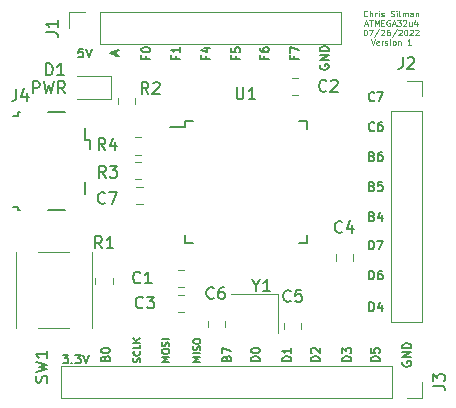
<source format=gbr>
%TF.GenerationSoftware,KiCad,Pcbnew,(6.0.6)*%
%TF.CreationDate,2022-07-26T20:01:32-05:00*%
%TF.ProjectId,Arduino_Clone,41726475-696e-46f5-9f43-6c6f6e652e6b,rev?*%
%TF.SameCoordinates,Original*%
%TF.FileFunction,Legend,Top*%
%TF.FilePolarity,Positive*%
%FSLAX46Y46*%
G04 Gerber Fmt 4.6, Leading zero omitted, Abs format (unit mm)*
G04 Created by KiCad (PCBNEW (6.0.6)) date 2022-07-26 20:01:32*
%MOMM*%
%LPD*%
G01*
G04 APERTURE LIST*
%ADD10C,0.125000*%
%ADD11C,0.150000*%
%ADD12C,0.120000*%
G04 APERTURE END LIST*
D10*
X150298095Y-26541071D02*
X150274285Y-26564880D01*
X150202857Y-26588690D01*
X150155238Y-26588690D01*
X150083809Y-26564880D01*
X150036190Y-26517261D01*
X150012380Y-26469642D01*
X149988571Y-26374404D01*
X149988571Y-26302976D01*
X150012380Y-26207738D01*
X150036190Y-26160119D01*
X150083809Y-26112500D01*
X150155238Y-26088690D01*
X150202857Y-26088690D01*
X150274285Y-26112500D01*
X150298095Y-26136309D01*
X150512380Y-26588690D02*
X150512380Y-26088690D01*
X150726666Y-26588690D02*
X150726666Y-26326785D01*
X150702857Y-26279166D01*
X150655238Y-26255357D01*
X150583809Y-26255357D01*
X150536190Y-26279166D01*
X150512380Y-26302976D01*
X150964761Y-26588690D02*
X150964761Y-26255357D01*
X150964761Y-26350595D02*
X150988571Y-26302976D01*
X151012380Y-26279166D01*
X151060000Y-26255357D01*
X151107619Y-26255357D01*
X151274285Y-26588690D02*
X151274285Y-26255357D01*
X151274285Y-26088690D02*
X151250476Y-26112500D01*
X151274285Y-26136309D01*
X151298095Y-26112500D01*
X151274285Y-26088690D01*
X151274285Y-26136309D01*
X151488571Y-26564880D02*
X151536190Y-26588690D01*
X151631428Y-26588690D01*
X151679047Y-26564880D01*
X151702857Y-26517261D01*
X151702857Y-26493452D01*
X151679047Y-26445833D01*
X151631428Y-26422023D01*
X151560000Y-26422023D01*
X151512380Y-26398214D01*
X151488571Y-26350595D01*
X151488571Y-26326785D01*
X151512380Y-26279166D01*
X151560000Y-26255357D01*
X151631428Y-26255357D01*
X151679047Y-26279166D01*
X152274285Y-26564880D02*
X152345714Y-26588690D01*
X152464761Y-26588690D01*
X152512380Y-26564880D01*
X152536190Y-26541071D01*
X152560000Y-26493452D01*
X152560000Y-26445833D01*
X152536190Y-26398214D01*
X152512380Y-26374404D01*
X152464761Y-26350595D01*
X152369523Y-26326785D01*
X152321904Y-26302976D01*
X152298095Y-26279166D01*
X152274285Y-26231547D01*
X152274285Y-26183928D01*
X152298095Y-26136309D01*
X152321904Y-26112500D01*
X152369523Y-26088690D01*
X152488571Y-26088690D01*
X152560000Y-26112500D01*
X152774285Y-26588690D02*
X152774285Y-26255357D01*
X152774285Y-26088690D02*
X152750476Y-26112500D01*
X152774285Y-26136309D01*
X152798095Y-26112500D01*
X152774285Y-26088690D01*
X152774285Y-26136309D01*
X153083809Y-26588690D02*
X153036190Y-26564880D01*
X153012380Y-26517261D01*
X153012380Y-26088690D01*
X153274285Y-26588690D02*
X153274285Y-26255357D01*
X153274285Y-26302976D02*
X153298095Y-26279166D01*
X153345714Y-26255357D01*
X153417142Y-26255357D01*
X153464761Y-26279166D01*
X153488571Y-26326785D01*
X153488571Y-26588690D01*
X153488571Y-26326785D02*
X153512380Y-26279166D01*
X153560000Y-26255357D01*
X153631428Y-26255357D01*
X153679047Y-26279166D01*
X153702857Y-26326785D01*
X153702857Y-26588690D01*
X154155238Y-26588690D02*
X154155238Y-26326785D01*
X154131428Y-26279166D01*
X154083809Y-26255357D01*
X153988571Y-26255357D01*
X153940952Y-26279166D01*
X154155238Y-26564880D02*
X154107619Y-26588690D01*
X153988571Y-26588690D01*
X153940952Y-26564880D01*
X153917142Y-26517261D01*
X153917142Y-26469642D01*
X153940952Y-26422023D01*
X153988571Y-26398214D01*
X154107619Y-26398214D01*
X154155238Y-26374404D01*
X154393333Y-26255357D02*
X154393333Y-26588690D01*
X154393333Y-26302976D02*
X154417142Y-26279166D01*
X154464761Y-26255357D01*
X154536190Y-26255357D01*
X154583809Y-26279166D01*
X154607619Y-26326785D01*
X154607619Y-26588690D01*
X150083809Y-27250833D02*
X150321904Y-27250833D01*
X150036190Y-27393690D02*
X150202857Y-26893690D01*
X150369523Y-27393690D01*
X150464761Y-26893690D02*
X150750476Y-26893690D01*
X150607619Y-27393690D02*
X150607619Y-26893690D01*
X150917142Y-27393690D02*
X150917142Y-26893690D01*
X151083809Y-27250833D01*
X151250476Y-26893690D01*
X151250476Y-27393690D01*
X151488571Y-27131785D02*
X151655238Y-27131785D01*
X151726666Y-27393690D02*
X151488571Y-27393690D01*
X151488571Y-26893690D01*
X151726666Y-26893690D01*
X152202857Y-26917500D02*
X152155238Y-26893690D01*
X152083809Y-26893690D01*
X152012380Y-26917500D01*
X151964761Y-26965119D01*
X151940952Y-27012738D01*
X151917142Y-27107976D01*
X151917142Y-27179404D01*
X151940952Y-27274642D01*
X151964761Y-27322261D01*
X152012380Y-27369880D01*
X152083809Y-27393690D01*
X152131428Y-27393690D01*
X152202857Y-27369880D01*
X152226666Y-27346071D01*
X152226666Y-27179404D01*
X152131428Y-27179404D01*
X152417142Y-27250833D02*
X152655238Y-27250833D01*
X152369523Y-27393690D02*
X152536190Y-26893690D01*
X152702857Y-27393690D01*
X152821904Y-26893690D02*
X153131428Y-26893690D01*
X152964761Y-27084166D01*
X153036190Y-27084166D01*
X153083809Y-27107976D01*
X153107619Y-27131785D01*
X153131428Y-27179404D01*
X153131428Y-27298452D01*
X153107619Y-27346071D01*
X153083809Y-27369880D01*
X153036190Y-27393690D01*
X152893333Y-27393690D01*
X152845714Y-27369880D01*
X152821904Y-27346071D01*
X153321904Y-26941309D02*
X153345714Y-26917500D01*
X153393333Y-26893690D01*
X153512380Y-26893690D01*
X153560000Y-26917500D01*
X153583809Y-26941309D01*
X153607619Y-26988928D01*
X153607619Y-27036547D01*
X153583809Y-27107976D01*
X153298095Y-27393690D01*
X153607619Y-27393690D01*
X154036190Y-27060357D02*
X154036190Y-27393690D01*
X153821904Y-27060357D02*
X153821904Y-27322261D01*
X153845714Y-27369880D01*
X153893333Y-27393690D01*
X153964761Y-27393690D01*
X154012380Y-27369880D01*
X154036190Y-27346071D01*
X154488571Y-27060357D02*
X154488571Y-27393690D01*
X154369523Y-26869880D02*
X154250476Y-27227023D01*
X154560000Y-27227023D01*
X150095714Y-27698690D02*
X150143333Y-27698690D01*
X150190952Y-27722500D01*
X150214761Y-27746309D01*
X150238571Y-27793928D01*
X150262380Y-27889166D01*
X150262380Y-28008214D01*
X150238571Y-28103452D01*
X150214761Y-28151071D01*
X150190952Y-28174880D01*
X150143333Y-28198690D01*
X150095714Y-28198690D01*
X150048095Y-28174880D01*
X150024285Y-28151071D01*
X150000476Y-28103452D01*
X149976666Y-28008214D01*
X149976666Y-27889166D01*
X150000476Y-27793928D01*
X150024285Y-27746309D01*
X150048095Y-27722500D01*
X150095714Y-27698690D01*
X150429047Y-27698690D02*
X150762380Y-27698690D01*
X150548095Y-28198690D01*
X151310000Y-27674880D02*
X150881428Y-28317738D01*
X151452857Y-27746309D02*
X151476666Y-27722500D01*
X151524285Y-27698690D01*
X151643333Y-27698690D01*
X151690952Y-27722500D01*
X151714761Y-27746309D01*
X151738571Y-27793928D01*
X151738571Y-27841547D01*
X151714761Y-27912976D01*
X151429047Y-28198690D01*
X151738571Y-28198690D01*
X152167142Y-27698690D02*
X152071904Y-27698690D01*
X152024285Y-27722500D01*
X152000476Y-27746309D01*
X151952857Y-27817738D01*
X151929047Y-27912976D01*
X151929047Y-28103452D01*
X151952857Y-28151071D01*
X151976666Y-28174880D01*
X152024285Y-28198690D01*
X152119523Y-28198690D01*
X152167142Y-28174880D01*
X152190952Y-28151071D01*
X152214761Y-28103452D01*
X152214761Y-27984404D01*
X152190952Y-27936785D01*
X152167142Y-27912976D01*
X152119523Y-27889166D01*
X152024285Y-27889166D01*
X151976666Y-27912976D01*
X151952857Y-27936785D01*
X151929047Y-27984404D01*
X152786190Y-27674880D02*
X152357619Y-28317738D01*
X152929047Y-27746309D02*
X152952857Y-27722500D01*
X153000476Y-27698690D01*
X153119523Y-27698690D01*
X153167142Y-27722500D01*
X153190952Y-27746309D01*
X153214761Y-27793928D01*
X153214761Y-27841547D01*
X153190952Y-27912976D01*
X152905238Y-28198690D01*
X153214761Y-28198690D01*
X153524285Y-27698690D02*
X153571904Y-27698690D01*
X153619523Y-27722500D01*
X153643333Y-27746309D01*
X153667142Y-27793928D01*
X153690952Y-27889166D01*
X153690952Y-28008214D01*
X153667142Y-28103452D01*
X153643333Y-28151071D01*
X153619523Y-28174880D01*
X153571904Y-28198690D01*
X153524285Y-28198690D01*
X153476666Y-28174880D01*
X153452857Y-28151071D01*
X153429047Y-28103452D01*
X153405238Y-28008214D01*
X153405238Y-27889166D01*
X153429047Y-27793928D01*
X153452857Y-27746309D01*
X153476666Y-27722500D01*
X153524285Y-27698690D01*
X153881428Y-27746309D02*
X153905238Y-27722500D01*
X153952857Y-27698690D01*
X154071904Y-27698690D01*
X154119523Y-27722500D01*
X154143333Y-27746309D01*
X154167142Y-27793928D01*
X154167142Y-27841547D01*
X154143333Y-27912976D01*
X153857619Y-28198690D01*
X154167142Y-28198690D01*
X154357619Y-27746309D02*
X154381428Y-27722500D01*
X154429047Y-27698690D01*
X154548095Y-27698690D01*
X154595714Y-27722500D01*
X154619523Y-27746309D01*
X154643333Y-27793928D01*
X154643333Y-27841547D01*
X154619523Y-27912976D01*
X154333809Y-28198690D01*
X154643333Y-28198690D01*
X150571904Y-28503690D02*
X150738571Y-29003690D01*
X150905238Y-28503690D01*
X151262380Y-28979880D02*
X151214761Y-29003690D01*
X151119523Y-29003690D01*
X151071904Y-28979880D01*
X151048095Y-28932261D01*
X151048095Y-28741785D01*
X151071904Y-28694166D01*
X151119523Y-28670357D01*
X151214761Y-28670357D01*
X151262380Y-28694166D01*
X151286190Y-28741785D01*
X151286190Y-28789404D01*
X151048095Y-28837023D01*
X151500476Y-29003690D02*
X151500476Y-28670357D01*
X151500476Y-28765595D02*
X151524285Y-28717976D01*
X151548095Y-28694166D01*
X151595714Y-28670357D01*
X151643333Y-28670357D01*
X151786190Y-28979880D02*
X151833809Y-29003690D01*
X151929047Y-29003690D01*
X151976666Y-28979880D01*
X152000476Y-28932261D01*
X152000476Y-28908452D01*
X151976666Y-28860833D01*
X151929047Y-28837023D01*
X151857619Y-28837023D01*
X151810000Y-28813214D01*
X151786190Y-28765595D01*
X151786190Y-28741785D01*
X151810000Y-28694166D01*
X151857619Y-28670357D01*
X151929047Y-28670357D01*
X151976666Y-28694166D01*
X152214761Y-29003690D02*
X152214761Y-28670357D01*
X152214761Y-28503690D02*
X152190952Y-28527500D01*
X152214761Y-28551309D01*
X152238571Y-28527500D01*
X152214761Y-28503690D01*
X152214761Y-28551309D01*
X152524285Y-29003690D02*
X152476666Y-28979880D01*
X152452857Y-28956071D01*
X152429047Y-28908452D01*
X152429047Y-28765595D01*
X152452857Y-28717976D01*
X152476666Y-28694166D01*
X152524285Y-28670357D01*
X152595714Y-28670357D01*
X152643333Y-28694166D01*
X152667142Y-28717976D01*
X152690952Y-28765595D01*
X152690952Y-28908452D01*
X152667142Y-28956071D01*
X152643333Y-28979880D01*
X152595714Y-29003690D01*
X152524285Y-29003690D01*
X152905238Y-28670357D02*
X152905238Y-29003690D01*
X152905238Y-28717976D02*
X152929047Y-28694166D01*
X152976666Y-28670357D01*
X153048095Y-28670357D01*
X153095714Y-28694166D01*
X153119523Y-28741785D01*
X153119523Y-29003690D01*
X154000476Y-29003690D02*
X153714761Y-29003690D01*
X153857619Y-29003690D02*
X153857619Y-28503690D01*
X153810000Y-28575119D01*
X153762380Y-28622738D01*
X153714761Y-28646547D01*
D11*
X141182285Y-55798571D02*
X140432285Y-55798571D01*
X140432285Y-55620000D01*
X140468000Y-55512857D01*
X140539428Y-55441428D01*
X140610857Y-55405714D01*
X140753714Y-55370000D01*
X140860857Y-55370000D01*
X141003714Y-55405714D01*
X141075142Y-55441428D01*
X141146571Y-55512857D01*
X141182285Y-55620000D01*
X141182285Y-55798571D01*
X140432285Y-54905714D02*
X140432285Y-54834285D01*
X140468000Y-54762857D01*
X140503714Y-54727142D01*
X140575142Y-54691428D01*
X140718000Y-54655714D01*
X140896571Y-54655714D01*
X141039428Y-54691428D01*
X141110857Y-54727142D01*
X141146571Y-54762857D01*
X141182285Y-54834285D01*
X141182285Y-54905714D01*
X141146571Y-54977142D01*
X141110857Y-55012857D01*
X141039428Y-55048571D01*
X140896571Y-55084285D01*
X140718000Y-55084285D01*
X140575142Y-55048571D01*
X140503714Y-55012857D01*
X140468000Y-54977142D01*
X140432285Y-54905714D01*
X138376428Y-55548571D02*
X138412142Y-55441428D01*
X138447857Y-55405714D01*
X138519285Y-55370000D01*
X138626428Y-55370000D01*
X138697857Y-55405714D01*
X138733571Y-55441428D01*
X138769285Y-55512857D01*
X138769285Y-55798571D01*
X138019285Y-55798571D01*
X138019285Y-55548571D01*
X138055000Y-55477142D01*
X138090714Y-55441428D01*
X138162142Y-55405714D01*
X138233571Y-55405714D01*
X138305000Y-55441428D01*
X138340714Y-55477142D01*
X138376428Y-55548571D01*
X138376428Y-55798571D01*
X138019285Y-55120000D02*
X138019285Y-54620000D01*
X138769285Y-54941428D01*
X150699428Y-40967428D02*
X150806571Y-41003142D01*
X150842285Y-41038857D01*
X150878000Y-41110285D01*
X150878000Y-41217428D01*
X150842285Y-41288857D01*
X150806571Y-41324571D01*
X150735142Y-41360285D01*
X150449428Y-41360285D01*
X150449428Y-40610285D01*
X150699428Y-40610285D01*
X150770857Y-40646000D01*
X150806571Y-40681714D01*
X150842285Y-40753142D01*
X150842285Y-40824571D01*
X150806571Y-40896000D01*
X150770857Y-40931714D01*
X150699428Y-40967428D01*
X150449428Y-40967428D01*
X151556571Y-40610285D02*
X151199428Y-40610285D01*
X151163714Y-40967428D01*
X151199428Y-40931714D01*
X151270857Y-40896000D01*
X151449428Y-40896000D01*
X151520857Y-40931714D01*
X151556571Y-40967428D01*
X151592285Y-41038857D01*
X151592285Y-41217428D01*
X151556571Y-41288857D01*
X151520857Y-41324571D01*
X151449428Y-41360285D01*
X151270857Y-41360285D01*
X151199428Y-41324571D01*
X151163714Y-41288857D01*
X148929285Y-55798571D02*
X148179285Y-55798571D01*
X148179285Y-55620000D01*
X148215000Y-55512857D01*
X148286428Y-55441428D01*
X148357857Y-55405714D01*
X148500714Y-55370000D01*
X148607857Y-55370000D01*
X148750714Y-55405714D01*
X148822142Y-55441428D01*
X148893571Y-55512857D01*
X148929285Y-55620000D01*
X148929285Y-55798571D01*
X148179285Y-55120000D02*
X148179285Y-54655714D01*
X148465000Y-54905714D01*
X148465000Y-54798571D01*
X148500714Y-54727142D01*
X148536428Y-54691428D01*
X148607857Y-54655714D01*
X148786428Y-54655714D01*
X148857857Y-54691428D01*
X148893571Y-54727142D01*
X148929285Y-54798571D01*
X148929285Y-55012857D01*
X148893571Y-55084285D01*
X148857857Y-55120000D01*
X124495857Y-55215285D02*
X124960142Y-55215285D01*
X124710142Y-55501000D01*
X124817285Y-55501000D01*
X124888714Y-55536714D01*
X124924428Y-55572428D01*
X124960142Y-55643857D01*
X124960142Y-55822428D01*
X124924428Y-55893857D01*
X124888714Y-55929571D01*
X124817285Y-55965285D01*
X124603000Y-55965285D01*
X124531571Y-55929571D01*
X124495857Y-55893857D01*
X125281571Y-55893857D02*
X125317285Y-55929571D01*
X125281571Y-55965285D01*
X125245857Y-55929571D01*
X125281571Y-55893857D01*
X125281571Y-55965285D01*
X125567285Y-55215285D02*
X126031571Y-55215285D01*
X125781571Y-55501000D01*
X125888714Y-55501000D01*
X125960142Y-55536714D01*
X125995857Y-55572428D01*
X126031571Y-55643857D01*
X126031571Y-55822428D01*
X125995857Y-55893857D01*
X125960142Y-55929571D01*
X125888714Y-55965285D01*
X125674428Y-55965285D01*
X125603000Y-55929571D01*
X125567285Y-55893857D01*
X126245857Y-55215285D02*
X126495857Y-55965285D01*
X126745857Y-55215285D01*
X151342285Y-55798571D02*
X150592285Y-55798571D01*
X150592285Y-55620000D01*
X150628000Y-55512857D01*
X150699428Y-55441428D01*
X150770857Y-55405714D01*
X150913714Y-55370000D01*
X151020857Y-55370000D01*
X151163714Y-55405714D01*
X151235142Y-55441428D01*
X151306571Y-55512857D01*
X151342285Y-55620000D01*
X151342285Y-55798571D01*
X150592285Y-54691428D02*
X150592285Y-55048571D01*
X150949428Y-55084285D01*
X150913714Y-55048571D01*
X150878000Y-54977142D01*
X150878000Y-54798571D01*
X150913714Y-54727142D01*
X150949428Y-54691428D01*
X151020857Y-54655714D01*
X151199428Y-54655714D01*
X151270857Y-54691428D01*
X151306571Y-54727142D01*
X151342285Y-54798571D01*
X151342285Y-54977142D01*
X151306571Y-55048571D01*
X151270857Y-55084285D01*
X150449428Y-48853285D02*
X150449428Y-48103285D01*
X150628000Y-48103285D01*
X150735142Y-48139000D01*
X150806571Y-48210428D01*
X150842285Y-48281857D01*
X150878000Y-48424714D01*
X150878000Y-48531857D01*
X150842285Y-48674714D01*
X150806571Y-48746142D01*
X150735142Y-48817571D01*
X150628000Y-48853285D01*
X150449428Y-48853285D01*
X151520857Y-48103285D02*
X151378000Y-48103285D01*
X151306571Y-48139000D01*
X151270857Y-48174714D01*
X151199428Y-48281857D01*
X151163714Y-48424714D01*
X151163714Y-48710428D01*
X151199428Y-48781857D01*
X151235142Y-48817571D01*
X151306571Y-48853285D01*
X151449428Y-48853285D01*
X151520857Y-48817571D01*
X151556571Y-48781857D01*
X151592285Y-48710428D01*
X151592285Y-48531857D01*
X151556571Y-48460428D01*
X151520857Y-48424714D01*
X151449428Y-48389000D01*
X151306571Y-48389000D01*
X151235142Y-48424714D01*
X151199428Y-48460428D01*
X151163714Y-48531857D01*
X139138428Y-29968000D02*
X139138428Y-30218000D01*
X139531285Y-30218000D02*
X138781285Y-30218000D01*
X138781285Y-29860857D01*
X138781285Y-29218000D02*
X138781285Y-29575142D01*
X139138428Y-29610857D01*
X139102714Y-29575142D01*
X139067000Y-29503714D01*
X139067000Y-29325142D01*
X139102714Y-29253714D01*
X139138428Y-29218000D01*
X139209857Y-29182285D01*
X139388428Y-29182285D01*
X139459857Y-29218000D01*
X139495571Y-29253714D01*
X139531285Y-29325142D01*
X139531285Y-29503714D01*
X139495571Y-29575142D01*
X139459857Y-29610857D01*
X134058428Y-29968000D02*
X134058428Y-30218000D01*
X134451285Y-30218000D02*
X133701285Y-30218000D01*
X133701285Y-29860857D01*
X134451285Y-29182285D02*
X134451285Y-29610857D01*
X134451285Y-29396571D02*
X133701285Y-29396571D01*
X133808428Y-29468000D01*
X133879857Y-29539428D01*
X133915571Y-29610857D01*
X150878000Y-36208857D02*
X150842285Y-36244571D01*
X150735142Y-36280285D01*
X150663714Y-36280285D01*
X150556571Y-36244571D01*
X150485142Y-36173142D01*
X150449428Y-36101714D01*
X150413714Y-35958857D01*
X150413714Y-35851714D01*
X150449428Y-35708857D01*
X150485142Y-35637428D01*
X150556571Y-35566000D01*
X150663714Y-35530285D01*
X150735142Y-35530285D01*
X150842285Y-35566000D01*
X150878000Y-35601714D01*
X151520857Y-35530285D02*
X151378000Y-35530285D01*
X151306571Y-35566000D01*
X151270857Y-35601714D01*
X151199428Y-35708857D01*
X151163714Y-35851714D01*
X151163714Y-36137428D01*
X151199428Y-36208857D01*
X151235142Y-36244571D01*
X151306571Y-36280285D01*
X151449428Y-36280285D01*
X151520857Y-36244571D01*
X151556571Y-36208857D01*
X151592285Y-36137428D01*
X151592285Y-35958857D01*
X151556571Y-35887428D01*
X151520857Y-35851714D01*
X151449428Y-35816000D01*
X151306571Y-35816000D01*
X151235142Y-35851714D01*
X151199428Y-35887428D01*
X151163714Y-35958857D01*
X146262285Y-55798571D02*
X145512285Y-55798571D01*
X145512285Y-55620000D01*
X145548000Y-55512857D01*
X145619428Y-55441428D01*
X145690857Y-55405714D01*
X145833714Y-55370000D01*
X145940857Y-55370000D01*
X146083714Y-55405714D01*
X146155142Y-55441428D01*
X146226571Y-55512857D01*
X146262285Y-55620000D01*
X146262285Y-55798571D01*
X145583714Y-55084285D02*
X145548000Y-55048571D01*
X145512285Y-54977142D01*
X145512285Y-54798571D01*
X145548000Y-54727142D01*
X145583714Y-54691428D01*
X145655142Y-54655714D01*
X145726571Y-54655714D01*
X145833714Y-54691428D01*
X146262285Y-55120000D01*
X146262285Y-54655714D01*
X141551428Y-29968000D02*
X141551428Y-30218000D01*
X141944285Y-30218000D02*
X141194285Y-30218000D01*
X141194285Y-29860857D01*
X141194285Y-29253714D02*
X141194285Y-29396571D01*
X141230000Y-29468000D01*
X141265714Y-29503714D01*
X141372857Y-29575142D01*
X141515714Y-29610857D01*
X141801428Y-29610857D01*
X141872857Y-29575142D01*
X141908571Y-29539428D01*
X141944285Y-29468000D01*
X141944285Y-29325142D01*
X141908571Y-29253714D01*
X141872857Y-29218000D01*
X141801428Y-29182285D01*
X141622857Y-29182285D01*
X141551428Y-29218000D01*
X141515714Y-29253714D01*
X141480000Y-29325142D01*
X141480000Y-29468000D01*
X141515714Y-29539428D01*
X141551428Y-29575142D01*
X141622857Y-29610857D01*
X153295000Y-55816428D02*
X153259285Y-55887857D01*
X153259285Y-55995000D01*
X153295000Y-56102142D01*
X153366428Y-56173571D01*
X153437857Y-56209285D01*
X153580714Y-56245000D01*
X153687857Y-56245000D01*
X153830714Y-56209285D01*
X153902142Y-56173571D01*
X153973571Y-56102142D01*
X154009285Y-55995000D01*
X154009285Y-55923571D01*
X153973571Y-55816428D01*
X153937857Y-55780714D01*
X153687857Y-55780714D01*
X153687857Y-55923571D01*
X154009285Y-55459285D02*
X153259285Y-55459285D01*
X154009285Y-55030714D01*
X153259285Y-55030714D01*
X154009285Y-54673571D02*
X153259285Y-54673571D01*
X153259285Y-54495000D01*
X153295000Y-54387857D01*
X153366428Y-54316428D01*
X153437857Y-54280714D01*
X153580714Y-54245000D01*
X153687857Y-54245000D01*
X153830714Y-54280714D01*
X153902142Y-54316428D01*
X153973571Y-54387857D01*
X154009285Y-54495000D01*
X154009285Y-54673571D01*
X126222142Y-29307285D02*
X125865000Y-29307285D01*
X125829285Y-29664428D01*
X125865000Y-29628714D01*
X125936428Y-29593000D01*
X126115000Y-29593000D01*
X126186428Y-29628714D01*
X126222142Y-29664428D01*
X126257857Y-29735857D01*
X126257857Y-29914428D01*
X126222142Y-29985857D01*
X126186428Y-30021571D01*
X126115000Y-30057285D01*
X125936428Y-30057285D01*
X125865000Y-30021571D01*
X125829285Y-29985857D01*
X126472142Y-29307285D02*
X126722142Y-30057285D01*
X126972142Y-29307285D01*
X143849285Y-55798571D02*
X143099285Y-55798571D01*
X143099285Y-55620000D01*
X143135000Y-55512857D01*
X143206428Y-55441428D01*
X143277857Y-55405714D01*
X143420714Y-55370000D01*
X143527857Y-55370000D01*
X143670714Y-55405714D01*
X143742142Y-55441428D01*
X143813571Y-55512857D01*
X143849285Y-55620000D01*
X143849285Y-55798571D01*
X143849285Y-54655714D02*
X143849285Y-55084285D01*
X143849285Y-54870000D02*
X143099285Y-54870000D01*
X143206428Y-54941428D01*
X143277857Y-55012857D01*
X143313571Y-55084285D01*
X150449428Y-46313285D02*
X150449428Y-45563285D01*
X150628000Y-45563285D01*
X150735142Y-45599000D01*
X150806571Y-45670428D01*
X150842285Y-45741857D01*
X150878000Y-45884714D01*
X150878000Y-45991857D01*
X150842285Y-46134714D01*
X150806571Y-46206142D01*
X150735142Y-46277571D01*
X150628000Y-46313285D01*
X150449428Y-46313285D01*
X151128000Y-45563285D02*
X151628000Y-45563285D01*
X151306571Y-46313285D01*
X121983666Y-33091380D02*
X121983666Y-32091380D01*
X122364619Y-32091380D01*
X122459857Y-32139000D01*
X122507476Y-32186619D01*
X122555095Y-32281857D01*
X122555095Y-32424714D01*
X122507476Y-32519952D01*
X122459857Y-32567571D01*
X122364619Y-32615190D01*
X121983666Y-32615190D01*
X122888428Y-32091380D02*
X123126523Y-33091380D01*
X123317000Y-32377095D01*
X123507476Y-33091380D01*
X123745571Y-32091380D01*
X124697952Y-33091380D02*
X124364619Y-32615190D01*
X124126523Y-33091380D02*
X124126523Y-32091380D01*
X124507476Y-32091380D01*
X124602714Y-32139000D01*
X124650333Y-32186619D01*
X124697952Y-32281857D01*
X124697952Y-32424714D01*
X124650333Y-32519952D01*
X124602714Y-32567571D01*
X124507476Y-32615190D01*
X124126523Y-32615190D01*
X129030000Y-29896571D02*
X129030000Y-29539428D01*
X129244285Y-29968000D02*
X128494285Y-29718000D01*
X129244285Y-29468000D01*
X150449428Y-51520285D02*
X150449428Y-50770285D01*
X150628000Y-50770285D01*
X150735142Y-50806000D01*
X150806571Y-50877428D01*
X150842285Y-50948857D01*
X150878000Y-51091714D01*
X150878000Y-51198857D01*
X150842285Y-51341714D01*
X150806571Y-51413142D01*
X150735142Y-51484571D01*
X150628000Y-51520285D01*
X150449428Y-51520285D01*
X151520857Y-51020285D02*
X151520857Y-51520285D01*
X151342285Y-50734571D02*
X151163714Y-51270285D01*
X151628000Y-51270285D01*
X131518428Y-29968000D02*
X131518428Y-30218000D01*
X131911285Y-30218000D02*
X131161285Y-30218000D01*
X131161285Y-29860857D01*
X131161285Y-29432285D02*
X131161285Y-29360857D01*
X131197000Y-29289428D01*
X131232714Y-29253714D01*
X131304142Y-29218000D01*
X131447000Y-29182285D01*
X131625571Y-29182285D01*
X131768428Y-29218000D01*
X131839857Y-29253714D01*
X131875571Y-29289428D01*
X131911285Y-29360857D01*
X131911285Y-29432285D01*
X131875571Y-29503714D01*
X131839857Y-29539428D01*
X131768428Y-29575142D01*
X131625571Y-29610857D01*
X131447000Y-29610857D01*
X131304142Y-29575142D01*
X131232714Y-29539428D01*
X131197000Y-29503714D01*
X131161285Y-29432285D01*
X144091428Y-29968000D02*
X144091428Y-30218000D01*
X144484285Y-30218000D02*
X143734285Y-30218000D01*
X143734285Y-29860857D01*
X143734285Y-29646571D02*
X143734285Y-29146571D01*
X144484285Y-29468000D01*
X150878000Y-33668857D02*
X150842285Y-33704571D01*
X150735142Y-33740285D01*
X150663714Y-33740285D01*
X150556571Y-33704571D01*
X150485142Y-33633142D01*
X150449428Y-33561714D01*
X150413714Y-33418857D01*
X150413714Y-33311714D01*
X150449428Y-33168857D01*
X150485142Y-33097428D01*
X150556571Y-33026000D01*
X150663714Y-32990285D01*
X150735142Y-32990285D01*
X150842285Y-33026000D01*
X150878000Y-33061714D01*
X151128000Y-32990285D02*
X151628000Y-32990285D01*
X151306571Y-33740285D01*
X128089428Y-55548571D02*
X128125142Y-55441428D01*
X128160857Y-55405714D01*
X128232285Y-55370000D01*
X128339428Y-55370000D01*
X128410857Y-55405714D01*
X128446571Y-55441428D01*
X128482285Y-55512857D01*
X128482285Y-55798571D01*
X127732285Y-55798571D01*
X127732285Y-55548571D01*
X127768000Y-55477142D01*
X127803714Y-55441428D01*
X127875142Y-55405714D01*
X127946571Y-55405714D01*
X128018000Y-55441428D01*
X128053714Y-55477142D01*
X128089428Y-55548571D01*
X128089428Y-55798571D01*
X127732285Y-54905714D02*
X127732285Y-54834285D01*
X127768000Y-54762857D01*
X127803714Y-54727142D01*
X127875142Y-54691428D01*
X128018000Y-54655714D01*
X128196571Y-54655714D01*
X128339428Y-54691428D01*
X128410857Y-54727142D01*
X128446571Y-54762857D01*
X128482285Y-54834285D01*
X128482285Y-54905714D01*
X128446571Y-54977142D01*
X128410857Y-55012857D01*
X128339428Y-55048571D01*
X128196571Y-55084285D01*
X128018000Y-55084285D01*
X127875142Y-55048571D01*
X127803714Y-55012857D01*
X127768000Y-54977142D01*
X127732285Y-54905714D01*
X146310000Y-30670428D02*
X146274285Y-30741857D01*
X146274285Y-30849000D01*
X146310000Y-30956142D01*
X146381428Y-31027571D01*
X146452857Y-31063285D01*
X146595714Y-31099000D01*
X146702857Y-31099000D01*
X146845714Y-31063285D01*
X146917142Y-31027571D01*
X146988571Y-30956142D01*
X147024285Y-30849000D01*
X147024285Y-30777571D01*
X146988571Y-30670428D01*
X146952857Y-30634714D01*
X146702857Y-30634714D01*
X146702857Y-30777571D01*
X147024285Y-30313285D02*
X146274285Y-30313285D01*
X147024285Y-29884714D01*
X146274285Y-29884714D01*
X147024285Y-29527571D02*
X146274285Y-29527571D01*
X146274285Y-29349000D01*
X146310000Y-29241857D01*
X146381428Y-29170428D01*
X146452857Y-29134714D01*
X146595714Y-29099000D01*
X146702857Y-29099000D01*
X146845714Y-29134714D01*
X146917142Y-29170428D01*
X146988571Y-29241857D01*
X147024285Y-29349000D01*
X147024285Y-29527571D01*
X136161428Y-55806857D02*
X135561428Y-55806857D01*
X135990000Y-55606857D01*
X135561428Y-55406857D01*
X136161428Y-55406857D01*
X136161428Y-55121142D02*
X135561428Y-55121142D01*
X136132857Y-54864000D02*
X136161428Y-54778285D01*
X136161428Y-54635428D01*
X136132857Y-54578285D01*
X136104285Y-54549714D01*
X136047142Y-54521142D01*
X135990000Y-54521142D01*
X135932857Y-54549714D01*
X135904285Y-54578285D01*
X135875714Y-54635428D01*
X135847142Y-54749714D01*
X135818571Y-54806857D01*
X135790000Y-54835428D01*
X135732857Y-54864000D01*
X135675714Y-54864000D01*
X135618571Y-54835428D01*
X135590000Y-54806857D01*
X135561428Y-54749714D01*
X135561428Y-54606857D01*
X135590000Y-54521142D01*
X135561428Y-54149714D02*
X135561428Y-54035428D01*
X135590000Y-53978285D01*
X135647142Y-53921142D01*
X135761428Y-53892571D01*
X135961428Y-53892571D01*
X136075714Y-53921142D01*
X136132857Y-53978285D01*
X136161428Y-54035428D01*
X136161428Y-54149714D01*
X136132857Y-54206857D01*
X136075714Y-54264000D01*
X135961428Y-54292571D01*
X135761428Y-54292571D01*
X135647142Y-54264000D01*
X135590000Y-54206857D01*
X135561428Y-54149714D01*
X136598428Y-29968000D02*
X136598428Y-30218000D01*
X136991285Y-30218000D02*
X136241285Y-30218000D01*
X136241285Y-29860857D01*
X136491285Y-29253714D02*
X136991285Y-29253714D01*
X136205571Y-29432285D02*
X136741285Y-29610857D01*
X136741285Y-29146571D01*
X150699428Y-43507428D02*
X150806571Y-43543142D01*
X150842285Y-43578857D01*
X150878000Y-43650285D01*
X150878000Y-43757428D01*
X150842285Y-43828857D01*
X150806571Y-43864571D01*
X150735142Y-43900285D01*
X150449428Y-43900285D01*
X150449428Y-43150285D01*
X150699428Y-43150285D01*
X150770857Y-43186000D01*
X150806571Y-43221714D01*
X150842285Y-43293142D01*
X150842285Y-43364571D01*
X150806571Y-43436000D01*
X150770857Y-43471714D01*
X150699428Y-43507428D01*
X150449428Y-43507428D01*
X151520857Y-43400285D02*
X151520857Y-43900285D01*
X151342285Y-43114571D02*
X151163714Y-43650285D01*
X151628000Y-43650285D01*
X133494428Y-55806857D02*
X132894428Y-55806857D01*
X133323000Y-55606857D01*
X132894428Y-55406857D01*
X133494428Y-55406857D01*
X132894428Y-55006857D02*
X132894428Y-54892571D01*
X132923000Y-54835428D01*
X132980142Y-54778285D01*
X133094428Y-54749714D01*
X133294428Y-54749714D01*
X133408714Y-54778285D01*
X133465857Y-54835428D01*
X133494428Y-54892571D01*
X133494428Y-55006857D01*
X133465857Y-55064000D01*
X133408714Y-55121142D01*
X133294428Y-55149714D01*
X133094428Y-55149714D01*
X132980142Y-55121142D01*
X132923000Y-55064000D01*
X132894428Y-55006857D01*
X133465857Y-54521142D02*
X133494428Y-54435428D01*
X133494428Y-54292571D01*
X133465857Y-54235428D01*
X133437285Y-54206857D01*
X133380142Y-54178285D01*
X133323000Y-54178285D01*
X133265857Y-54206857D01*
X133237285Y-54235428D01*
X133208714Y-54292571D01*
X133180142Y-54406857D01*
X133151571Y-54464000D01*
X133123000Y-54492571D01*
X133065857Y-54521142D01*
X133008714Y-54521142D01*
X132951571Y-54492571D01*
X132923000Y-54464000D01*
X132894428Y-54406857D01*
X132894428Y-54264000D01*
X132923000Y-54178285D01*
X133494428Y-53921142D02*
X132894428Y-53921142D01*
X131052857Y-55878285D02*
X131081428Y-55792571D01*
X131081428Y-55649714D01*
X131052857Y-55592571D01*
X131024285Y-55564000D01*
X130967142Y-55535428D01*
X130910000Y-55535428D01*
X130852857Y-55564000D01*
X130824285Y-55592571D01*
X130795714Y-55649714D01*
X130767142Y-55764000D01*
X130738571Y-55821142D01*
X130710000Y-55849714D01*
X130652857Y-55878285D01*
X130595714Y-55878285D01*
X130538571Y-55849714D01*
X130510000Y-55821142D01*
X130481428Y-55764000D01*
X130481428Y-55621142D01*
X130510000Y-55535428D01*
X131024285Y-54935428D02*
X131052857Y-54964000D01*
X131081428Y-55049714D01*
X131081428Y-55106857D01*
X131052857Y-55192571D01*
X130995714Y-55249714D01*
X130938571Y-55278285D01*
X130824285Y-55306857D01*
X130738571Y-55306857D01*
X130624285Y-55278285D01*
X130567142Y-55249714D01*
X130510000Y-55192571D01*
X130481428Y-55106857D01*
X130481428Y-55049714D01*
X130510000Y-54964000D01*
X130538571Y-54935428D01*
X131081428Y-54392571D02*
X131081428Y-54678285D01*
X130481428Y-54678285D01*
X131081428Y-54192571D02*
X130481428Y-54192571D01*
X131081428Y-53849714D02*
X130738571Y-54106857D01*
X130481428Y-53849714D02*
X130824285Y-54192571D01*
X150699428Y-38427428D02*
X150806571Y-38463142D01*
X150842285Y-38498857D01*
X150878000Y-38570285D01*
X150878000Y-38677428D01*
X150842285Y-38748857D01*
X150806571Y-38784571D01*
X150735142Y-38820285D01*
X150449428Y-38820285D01*
X150449428Y-38070285D01*
X150699428Y-38070285D01*
X150770857Y-38106000D01*
X150806571Y-38141714D01*
X150842285Y-38213142D01*
X150842285Y-38284571D01*
X150806571Y-38356000D01*
X150770857Y-38391714D01*
X150699428Y-38427428D01*
X150449428Y-38427428D01*
X151520857Y-38070285D02*
X151378000Y-38070285D01*
X151306571Y-38106000D01*
X151270857Y-38141714D01*
X151199428Y-38248857D01*
X151163714Y-38391714D01*
X151163714Y-38677428D01*
X151199428Y-38748857D01*
X151235142Y-38784571D01*
X151306571Y-38820285D01*
X151449428Y-38820285D01*
X151520857Y-38784571D01*
X151556571Y-38748857D01*
X151592285Y-38677428D01*
X151592285Y-38498857D01*
X151556571Y-38427428D01*
X151520857Y-38391714D01*
X151449428Y-38356000D01*
X151306571Y-38356000D01*
X151235142Y-38391714D01*
X151199428Y-38427428D01*
X151163714Y-38498857D01*
%TO.C,C6*%
X137293333Y-50407142D02*
X137245714Y-50454761D01*
X137102857Y-50502380D01*
X137007619Y-50502380D01*
X136864761Y-50454761D01*
X136769523Y-50359523D01*
X136721904Y-50264285D01*
X136674285Y-50073809D01*
X136674285Y-49930952D01*
X136721904Y-49740476D01*
X136769523Y-49645238D01*
X136864761Y-49550000D01*
X137007619Y-49502380D01*
X137102857Y-49502380D01*
X137245714Y-49550000D01*
X137293333Y-49597619D01*
X138150476Y-49502380D02*
X137960000Y-49502380D01*
X137864761Y-49550000D01*
X137817142Y-49597619D01*
X137721904Y-49740476D01*
X137674285Y-49930952D01*
X137674285Y-50311904D01*
X137721904Y-50407142D01*
X137769523Y-50454761D01*
X137864761Y-50502380D01*
X138055238Y-50502380D01*
X138150476Y-50454761D01*
X138198095Y-50407142D01*
X138245714Y-50311904D01*
X138245714Y-50073809D01*
X138198095Y-49978571D01*
X138150476Y-49930952D01*
X138055238Y-49883333D01*
X137864761Y-49883333D01*
X137769523Y-49930952D01*
X137721904Y-49978571D01*
X137674285Y-50073809D01*
%TO.C,C2*%
X146833333Y-32857142D02*
X146785714Y-32904761D01*
X146642857Y-32952380D01*
X146547619Y-32952380D01*
X146404761Y-32904761D01*
X146309523Y-32809523D01*
X146261904Y-32714285D01*
X146214285Y-32523809D01*
X146214285Y-32380952D01*
X146261904Y-32190476D01*
X146309523Y-32095238D01*
X146404761Y-32000000D01*
X146547619Y-31952380D01*
X146642857Y-31952380D01*
X146785714Y-32000000D01*
X146833333Y-32047619D01*
X147214285Y-32047619D02*
X147261904Y-32000000D01*
X147357142Y-31952380D01*
X147595238Y-31952380D01*
X147690476Y-32000000D01*
X147738095Y-32047619D01*
X147785714Y-32142857D01*
X147785714Y-32238095D01*
X147738095Y-32380952D01*
X147166666Y-32952380D01*
X147785714Y-32952380D01*
%TO.C,J4*%
X120570666Y-32726380D02*
X120570666Y-33440666D01*
X120523047Y-33583523D01*
X120427809Y-33678761D01*
X120284952Y-33726380D01*
X120189714Y-33726380D01*
X121475428Y-33059714D02*
X121475428Y-33726380D01*
X121237333Y-32678761D02*
X120999238Y-33393047D01*
X121618285Y-33393047D01*
%TO.C,U1*%
X139238095Y-32582380D02*
X139238095Y-33391904D01*
X139285714Y-33487142D01*
X139333333Y-33534761D01*
X139428571Y-33582380D01*
X139619047Y-33582380D01*
X139714285Y-33534761D01*
X139761904Y-33487142D01*
X139809523Y-33391904D01*
X139809523Y-32582380D01*
X140809523Y-33582380D02*
X140238095Y-33582380D01*
X140523809Y-33582380D02*
X140523809Y-32582380D01*
X140428571Y-32725238D01*
X140333333Y-32820476D01*
X140238095Y-32868095D01*
%TO.C,SW1*%
X123154761Y-57583333D02*
X123202380Y-57440476D01*
X123202380Y-57202380D01*
X123154761Y-57107142D01*
X123107142Y-57059523D01*
X123011904Y-57011904D01*
X122916666Y-57011904D01*
X122821428Y-57059523D01*
X122773809Y-57107142D01*
X122726190Y-57202380D01*
X122678571Y-57392857D01*
X122630952Y-57488095D01*
X122583333Y-57535714D01*
X122488095Y-57583333D01*
X122392857Y-57583333D01*
X122297619Y-57535714D01*
X122250000Y-57488095D01*
X122202380Y-57392857D01*
X122202380Y-57154761D01*
X122250000Y-57011904D01*
X122202380Y-56678571D02*
X123202380Y-56440476D01*
X122488095Y-56250000D01*
X123202380Y-56059523D01*
X122202380Y-55821428D01*
X123202380Y-54916666D02*
X123202380Y-55488095D01*
X123202380Y-55202380D02*
X122202380Y-55202380D01*
X122345238Y-55297619D01*
X122440476Y-55392857D01*
X122488095Y-55488095D01*
%TO.C,R4*%
X128113333Y-37902380D02*
X127780000Y-37426190D01*
X127541904Y-37902380D02*
X127541904Y-36902380D01*
X127922857Y-36902380D01*
X128018095Y-36950000D01*
X128065714Y-36997619D01*
X128113333Y-37092857D01*
X128113333Y-37235714D01*
X128065714Y-37330952D01*
X128018095Y-37378571D01*
X127922857Y-37426190D01*
X127541904Y-37426190D01*
X128970476Y-37235714D02*
X128970476Y-37902380D01*
X128732380Y-36854761D02*
X128494285Y-37569047D01*
X129113333Y-37569047D01*
%TO.C,C1*%
X131083333Y-49097142D02*
X131035714Y-49144761D01*
X130892857Y-49192380D01*
X130797619Y-49192380D01*
X130654761Y-49144761D01*
X130559523Y-49049523D01*
X130511904Y-48954285D01*
X130464285Y-48763809D01*
X130464285Y-48620952D01*
X130511904Y-48430476D01*
X130559523Y-48335238D01*
X130654761Y-48240000D01*
X130797619Y-48192380D01*
X130892857Y-48192380D01*
X131035714Y-48240000D01*
X131083333Y-48287619D01*
X132035714Y-49192380D02*
X131464285Y-49192380D01*
X131750000Y-49192380D02*
X131750000Y-48192380D01*
X131654761Y-48335238D01*
X131559523Y-48430476D01*
X131464285Y-48478095D01*
%TO.C,D1*%
X123086904Y-31567380D02*
X123086904Y-30567380D01*
X123325000Y-30567380D01*
X123467857Y-30615000D01*
X123563095Y-30710238D01*
X123610714Y-30805476D01*
X123658333Y-30995952D01*
X123658333Y-31138809D01*
X123610714Y-31329285D01*
X123563095Y-31424523D01*
X123467857Y-31519761D01*
X123325000Y-31567380D01*
X123086904Y-31567380D01*
X124610714Y-31567380D02*
X124039285Y-31567380D01*
X124325000Y-31567380D02*
X124325000Y-30567380D01*
X124229761Y-30710238D01*
X124134523Y-30805476D01*
X124039285Y-30853095D01*
%TO.C,R1*%
X127833333Y-46202380D02*
X127500000Y-45726190D01*
X127261904Y-46202380D02*
X127261904Y-45202380D01*
X127642857Y-45202380D01*
X127738095Y-45250000D01*
X127785714Y-45297619D01*
X127833333Y-45392857D01*
X127833333Y-45535714D01*
X127785714Y-45630952D01*
X127738095Y-45678571D01*
X127642857Y-45726190D01*
X127261904Y-45726190D01*
X128785714Y-46202380D02*
X128214285Y-46202380D01*
X128500000Y-46202380D02*
X128500000Y-45202380D01*
X128404761Y-45345238D01*
X128309523Y-45440476D01*
X128214285Y-45488095D01*
%TO.C,C7*%
X128083333Y-42357142D02*
X128035714Y-42404761D01*
X127892857Y-42452380D01*
X127797619Y-42452380D01*
X127654761Y-42404761D01*
X127559523Y-42309523D01*
X127511904Y-42214285D01*
X127464285Y-42023809D01*
X127464285Y-41880952D01*
X127511904Y-41690476D01*
X127559523Y-41595238D01*
X127654761Y-41500000D01*
X127797619Y-41452380D01*
X127892857Y-41452380D01*
X128035714Y-41500000D01*
X128083333Y-41547619D01*
X128416666Y-41452380D02*
X129083333Y-41452380D01*
X128654761Y-42452380D01*
%TO.C,C4*%
X148169333Y-44807142D02*
X148121714Y-44854761D01*
X147978857Y-44902380D01*
X147883619Y-44902380D01*
X147740761Y-44854761D01*
X147645523Y-44759523D01*
X147597904Y-44664285D01*
X147550285Y-44473809D01*
X147550285Y-44330952D01*
X147597904Y-44140476D01*
X147645523Y-44045238D01*
X147740761Y-43950000D01*
X147883619Y-43902380D01*
X147978857Y-43902380D01*
X148121714Y-43950000D01*
X148169333Y-43997619D01*
X149026476Y-44235714D02*
X149026476Y-44902380D01*
X148788380Y-43854761D02*
X148550285Y-44569047D01*
X149169333Y-44569047D01*
%TO.C,J3*%
X155842380Y-57858333D02*
X156556666Y-57858333D01*
X156699523Y-57905952D01*
X156794761Y-58001190D01*
X156842380Y-58144047D01*
X156842380Y-58239285D01*
X155842380Y-57477380D02*
X155842380Y-56858333D01*
X156223333Y-57191666D01*
X156223333Y-57048809D01*
X156270952Y-56953571D01*
X156318571Y-56905952D01*
X156413809Y-56858333D01*
X156651904Y-56858333D01*
X156747142Y-56905952D01*
X156794761Y-56953571D01*
X156842380Y-57048809D01*
X156842380Y-57334523D01*
X156794761Y-57429761D01*
X156747142Y-57477380D01*
%TO.C,R3*%
X128153333Y-40222380D02*
X127820000Y-39746190D01*
X127581904Y-40222380D02*
X127581904Y-39222380D01*
X127962857Y-39222380D01*
X128058095Y-39270000D01*
X128105714Y-39317619D01*
X128153333Y-39412857D01*
X128153333Y-39555714D01*
X128105714Y-39650952D01*
X128058095Y-39698571D01*
X127962857Y-39746190D01*
X127581904Y-39746190D01*
X128486666Y-39222380D02*
X129105714Y-39222380D01*
X128772380Y-39603333D01*
X128915238Y-39603333D01*
X129010476Y-39650952D01*
X129058095Y-39698571D01*
X129105714Y-39793809D01*
X129105714Y-40031904D01*
X129058095Y-40127142D01*
X129010476Y-40174761D01*
X128915238Y-40222380D01*
X128629523Y-40222380D01*
X128534285Y-40174761D01*
X128486666Y-40127142D01*
%TO.C,C5*%
X143803333Y-50647142D02*
X143755714Y-50694761D01*
X143612857Y-50742380D01*
X143517619Y-50742380D01*
X143374761Y-50694761D01*
X143279523Y-50599523D01*
X143231904Y-50504285D01*
X143184285Y-50313809D01*
X143184285Y-50170952D01*
X143231904Y-49980476D01*
X143279523Y-49885238D01*
X143374761Y-49790000D01*
X143517619Y-49742380D01*
X143612857Y-49742380D01*
X143755714Y-49790000D01*
X143803333Y-49837619D01*
X144708095Y-49742380D02*
X144231904Y-49742380D01*
X144184285Y-50218571D01*
X144231904Y-50170952D01*
X144327142Y-50123333D01*
X144565238Y-50123333D01*
X144660476Y-50170952D01*
X144708095Y-50218571D01*
X144755714Y-50313809D01*
X144755714Y-50551904D01*
X144708095Y-50647142D01*
X144660476Y-50694761D01*
X144565238Y-50742380D01*
X144327142Y-50742380D01*
X144231904Y-50694761D01*
X144184285Y-50647142D01*
%TO.C,J1*%
X123072380Y-27903333D02*
X123786666Y-27903333D01*
X123929523Y-27950952D01*
X124024761Y-28046190D01*
X124072380Y-28189047D01*
X124072380Y-28284285D01*
X124072380Y-26903333D02*
X124072380Y-27474761D01*
X124072380Y-27189047D02*
X123072380Y-27189047D01*
X123215238Y-27284285D01*
X123310476Y-27379523D01*
X123358095Y-27474761D01*
%TO.C,Y1*%
X140874809Y-49379190D02*
X140874809Y-49855380D01*
X140541476Y-48855380D02*
X140874809Y-49379190D01*
X141208142Y-48855380D01*
X142065285Y-49855380D02*
X141493857Y-49855380D01*
X141779571Y-49855380D02*
X141779571Y-48855380D01*
X141684333Y-48998238D01*
X141589095Y-49093476D01*
X141493857Y-49141095D01*
%TO.C,J2*%
X153286666Y-30027380D02*
X153286666Y-30741666D01*
X153239047Y-30884523D01*
X153143809Y-30979761D01*
X153000952Y-31027380D01*
X152905714Y-31027380D01*
X153715238Y-30122619D02*
X153762857Y-30075000D01*
X153858095Y-30027380D01*
X154096190Y-30027380D01*
X154191428Y-30075000D01*
X154239047Y-30122619D01*
X154286666Y-30217857D01*
X154286666Y-30313095D01*
X154239047Y-30455952D01*
X153667619Y-31027380D01*
X154286666Y-31027380D01*
%TO.C,C3*%
X131303333Y-51207142D02*
X131255714Y-51254761D01*
X131112857Y-51302380D01*
X131017619Y-51302380D01*
X130874761Y-51254761D01*
X130779523Y-51159523D01*
X130731904Y-51064285D01*
X130684285Y-50873809D01*
X130684285Y-50730952D01*
X130731904Y-50540476D01*
X130779523Y-50445238D01*
X130874761Y-50350000D01*
X131017619Y-50302380D01*
X131112857Y-50302380D01*
X131255714Y-50350000D01*
X131303333Y-50397619D01*
X131636666Y-50302380D02*
X132255714Y-50302380D01*
X131922380Y-50683333D01*
X132065238Y-50683333D01*
X132160476Y-50730952D01*
X132208095Y-50778571D01*
X132255714Y-50873809D01*
X132255714Y-51111904D01*
X132208095Y-51207142D01*
X132160476Y-51254761D01*
X132065238Y-51302380D01*
X131779523Y-51302380D01*
X131684285Y-51254761D01*
X131636666Y-51207142D01*
%TO.C,R2*%
X131763333Y-33142380D02*
X131430000Y-32666190D01*
X131191904Y-33142380D02*
X131191904Y-32142380D01*
X131572857Y-32142380D01*
X131668095Y-32190000D01*
X131715714Y-32237619D01*
X131763333Y-32332857D01*
X131763333Y-32475714D01*
X131715714Y-32570952D01*
X131668095Y-32618571D01*
X131572857Y-32666190D01*
X131191904Y-32666190D01*
X132144285Y-32237619D02*
X132191904Y-32190000D01*
X132287142Y-32142380D01*
X132525238Y-32142380D01*
X132620476Y-32190000D01*
X132668095Y-32237619D01*
X132715714Y-32332857D01*
X132715714Y-32428095D01*
X132668095Y-32570952D01*
X132096666Y-33142380D01*
X132715714Y-33142380D01*
D12*
%TO.C,C6*%
X136785000Y-52368748D02*
X136785000Y-52891252D01*
X138255000Y-52368748D02*
X138255000Y-52891252D01*
%TO.C,C2*%
X144401252Y-33235000D02*
X143878748Y-33235000D01*
X144401252Y-31765000D02*
X143878748Y-31765000D01*
D11*
%TO.C,J4*%
X120725000Y-34695000D02*
X120725000Y-34995000D01*
X124675000Y-34695000D02*
X123275000Y-34695000D01*
X126850000Y-37770000D02*
X126850000Y-37045000D01*
X120875000Y-34695000D02*
X120725000Y-34695000D01*
X120275000Y-42695000D02*
X120725000Y-42695000D01*
X120725000Y-42995000D02*
X120875000Y-42995000D01*
X120725000Y-42695000D02*
X120725000Y-42995000D01*
X120725000Y-34995000D02*
X120275000Y-34995000D01*
X126425000Y-40645000D02*
X126425000Y-41645000D01*
X126850000Y-37045000D02*
X126425000Y-37045000D01*
X126425000Y-37045000D02*
X126425000Y-36045000D01*
X123275000Y-42995000D02*
X124675000Y-42995000D01*
%TO.C,U1*%
X134825000Y-35405000D02*
X134825000Y-35980000D01*
X145175000Y-35405000D02*
X145175000Y-36080000D01*
X134825000Y-35405000D02*
X135500000Y-35405000D01*
X134825000Y-45755000D02*
X135500000Y-45755000D01*
X134825000Y-45755000D02*
X134825000Y-45080000D01*
X145175000Y-35405000D02*
X144500000Y-35405000D01*
X145175000Y-45755000D02*
X144500000Y-45755000D01*
X145175000Y-45755000D02*
X145175000Y-45080000D01*
X134825000Y-35980000D02*
X133550000Y-35980000D01*
D12*
%TO.C,SW1*%
X126980000Y-52980000D02*
X126950000Y-52980000D01*
X126980000Y-46520000D02*
X126950000Y-46520000D01*
X120520000Y-52980000D02*
X120520000Y-46520000D01*
X126980000Y-52980000D02*
X126980000Y-46520000D01*
X120520000Y-46520000D02*
X120550000Y-46520000D01*
X120550000Y-52980000D02*
X120520000Y-52980000D01*
X122450000Y-52980000D02*
X125050000Y-52980000D01*
X122450000Y-46520000D02*
X125050000Y-46520000D01*
%TO.C,R4*%
X130642936Y-38295000D02*
X131097064Y-38295000D01*
X130642936Y-36825000D02*
X131097064Y-36825000D01*
%TO.C,C1*%
X134761252Y-48015000D02*
X134238748Y-48015000D01*
X134761252Y-49485000D02*
X134238748Y-49485000D01*
%TO.C,D1*%
X125740000Y-33590000D02*
X128600000Y-33590000D01*
X128600000Y-31670000D02*
X125740000Y-31670000D01*
X128600000Y-33590000D02*
X128600000Y-31670000D01*
%TO.C,R1*%
X128735000Y-48772936D02*
X128735000Y-49227064D01*
X127265000Y-48772936D02*
X127265000Y-49227064D01*
%TO.C,C7*%
X131261252Y-41015000D02*
X130738748Y-41015000D01*
X131261252Y-42485000D02*
X130738748Y-42485000D01*
%TO.C,C4*%
X147615000Y-46738748D02*
X147615000Y-47261252D01*
X149085000Y-46738748D02*
X149085000Y-47261252D01*
%TO.C,J3*%
X152350000Y-58855000D02*
X124350000Y-58855000D01*
X152350000Y-56195000D02*
X124350000Y-56195000D01*
X154950000Y-58855000D02*
X153620000Y-58855000D01*
X124350000Y-56195000D02*
X124350000Y-58855000D01*
X154950000Y-57525000D02*
X154950000Y-58855000D01*
X152350000Y-56195000D02*
X152350000Y-58855000D01*
%TO.C,R3*%
X130642936Y-40355000D02*
X131097064Y-40355000D01*
X130642936Y-38885000D02*
X131097064Y-38885000D01*
%TO.C,C5*%
X143225000Y-53081252D02*
X143225000Y-52558748D01*
X144695000Y-53081252D02*
X144695000Y-52558748D01*
%TO.C,J1*%
X148040000Y-28900000D02*
X148040000Y-26240000D01*
X127660000Y-28900000D02*
X148040000Y-28900000D01*
X125060000Y-27570000D02*
X125060000Y-26240000D01*
X127660000Y-28900000D02*
X127660000Y-26240000D01*
X127660000Y-26240000D02*
X148040000Y-26240000D01*
X125060000Y-26240000D02*
X126390000Y-26240000D01*
%TO.C,Y1*%
X142750000Y-50100000D02*
X138750000Y-50100000D01*
X142750000Y-53400000D02*
X142750000Y-50100000D01*
%TO.C,J2*%
X154950000Y-32015000D02*
X154950000Y-33345000D01*
X153620000Y-32015000D02*
X154950000Y-32015000D01*
X152290000Y-34615000D02*
X152290000Y-52455000D01*
X152290000Y-52455000D02*
X154950000Y-52455000D01*
X154950000Y-34615000D02*
X154950000Y-52455000D01*
X152290000Y-34615000D02*
X154950000Y-34615000D01*
%TO.C,C3*%
X134761252Y-51645000D02*
X134238748Y-51645000D01*
X134761252Y-50175000D02*
X134238748Y-50175000D01*
%TO.C,R2*%
X129185000Y-33977064D02*
X129185000Y-33522936D01*
X130655000Y-33977064D02*
X130655000Y-33522936D01*
%TD*%
M02*

</source>
